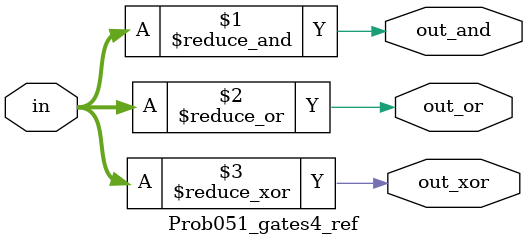
<source format=sv>

module Prob051_gates4_ref (
  input [3:0] in,
  output out_and,
  output out_or,
  output out_xor
);

  assign out_and = &in;
  assign out_or = |in;
  assign out_xor = ^in;

endmodule


</source>
